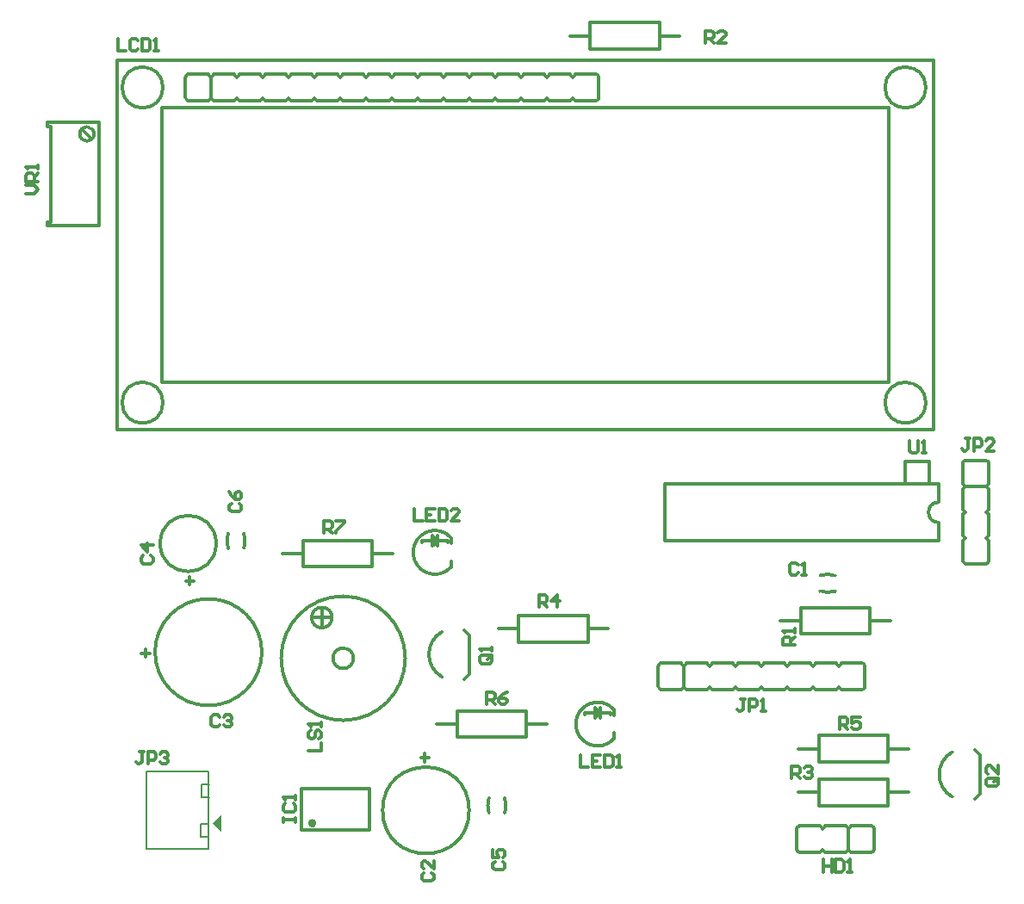
<source format=gto>
G04*
G04 #@! TF.GenerationSoftware,Altium Limited,Altium Designer,21.9.2 (33)*
G04*
G04 Layer_Color=65535*
%FSTAX24Y24*%
%MOIN*%
G70*
G04*
G04 #@! TF.SameCoordinates,FB3CEF1A-BC9A-443B-9A05-8590AB0A4EFD*
G04*
G04*
G04 #@! TF.FilePolarity,Positive*
G04*
G01*
G75*
%ADD10C,0.0118*%
%ADD11C,0.0070*%
%ADD12C,0.0079*%
G36*
X025645Y013955D02*
Y014665D01*
X025295Y014315D01*
X025285D01*
X025645Y013955D01*
D02*
G37*
D10*
X035223Y014811D02*
G03*
X035223Y014811I-001673J0D01*
G01*
X027201Y020936D02*
G03*
X027201Y020936I-002067J0D01*
G01*
X025433Y025144D02*
G03*
X025433Y025144I-001083J0D01*
G01*
X04801Y014204D02*
G03*
X0479Y014094I0J-00011D01*
G01*
X0479Y013306D02*
G03*
X04801Y013196I00011J0D01*
G01*
X0509Y014094D02*
G03*
X050806Y014204I-000102J000008D01*
G01*
Y013196D02*
G03*
X0509Y013306I-000008J000102D01*
G01*
X029248Y014309D02*
G03*
X029248Y014309I-000098J0D01*
G01*
X050456Y019496D02*
G03*
X05055Y019606I-000008J000102D01*
G01*
X05055Y020394D02*
G03*
X050456Y020504I-000102J000008D01*
G01*
X042644D02*
G03*
X04255Y020394I000008J-000102D01*
G01*
X04255Y019606D02*
G03*
X042644Y019496I000102J-000008D01*
G01*
X055345Y028271D02*
G03*
X055235Y028365I-000102J-000008D01*
G01*
X054448Y028365D02*
G03*
X054337Y028271I-000008J-000102D01*
G01*
X055235Y024365D02*
G03*
X055345Y024476I0J00011D01*
G01*
X054337D02*
G03*
X054448Y024365I00011J0D01*
G01*
X04083Y018716D02*
G03*
X04083Y017584I-00063J-000566D01*
G01*
X03453Y025366D02*
G03*
X03453Y024234I-00063J-000566D01*
G01*
X029917Y022275D02*
G03*
X029917Y022275I-000394J0D01*
G01*
X032752Y0207D02*
G03*
X032752Y0207I-002402J0D01*
G01*
X030744D02*
G03*
X030744Y0207I-000394J0D01*
G01*
X053925Y017074D02*
G03*
X053927Y015329I000498J-000872D01*
G01*
X053399Y026744D02*
G03*
X053399Y025956I0J-000394D01*
G01*
X020706Y041D02*
G03*
X020706Y041I-000276J0D01*
G01*
X035992Y01529D02*
G03*
X035991Y014719I000899J-000287D01*
G01*
X036604Y014715D02*
G03*
X0366Y015302I-000899J000288D01*
G01*
X052903Y0428D02*
G03*
X052903Y0428I-000791J0D01*
G01*
Y030595D02*
G03*
X052903Y030595I-000791J0D01*
G01*
X023375D02*
G03*
X023375Y030595I-000791J0D01*
G01*
Y0428D02*
G03*
X023375Y0428I-000791J0D01*
G01*
X02425Y042406D02*
G03*
X024344Y042296I000102J-000008D01*
G01*
Y043304D02*
G03*
X02425Y043194I000008J-000102D01*
G01*
X04025D02*
G03*
X040156Y043304I-000102J000008D01*
G01*
Y042296D02*
G03*
X04025Y042406I-000008J000102D01*
G01*
X034175Y021724D02*
G03*
X034177Y019979I000498J-000872D01*
G01*
X025895Y025538D02*
G03*
X025898Y024951I000899J-000288D01*
G01*
X026506Y024963D02*
G03*
X026507Y025535I-000899J000287D01*
G01*
X048812Y023295D02*
G03*
X049399Y023298I000288J000899D01*
G01*
X049387Y023906D02*
G03*
X048815Y023907I-000287J-000899D01*
G01*
X0489Y0133D02*
X049Y0132D01*
X0488D02*
X0489Y0133D01*
X0488Y014204D02*
X0489Y014104D01*
Y0141D02*
Y014104D01*
Y0141D02*
X049Y0142D01*
X048Y013196D02*
X0488D01*
X048Y014204D02*
X0488D01*
X0479Y013306D02*
Y014094D01*
X0509Y013306D02*
Y014094D01*
X05Y013196D02*
X050806D01*
X050004Y014204D02*
X050806D01*
X048Y013196D02*
Y0132D01*
Y0142D02*
Y014204D01*
X0499Y0133D02*
X05Y0132D01*
X0498D02*
X0499Y0133D01*
X05Y0142D02*
Y014204D01*
X0499Y0141D02*
X05Y0142D01*
X0499Y0141D02*
Y014104D01*
X0498Y014204D02*
X0499Y014104D01*
X049Y013196D02*
X0498D01*
X05Y0142D02*
X050004Y014204D01*
X049D02*
X0498D01*
X0499Y0133D02*
Y0141D01*
X028729Y01405D02*
X031371D01*
X028729Y01565D02*
X031371D01*
X028729Y01405D02*
Y01565D01*
X031371Y01405D02*
Y01565D01*
X05055Y019606D02*
Y020394D01*
X04945Y019496D02*
Y0195D01*
X04955Y0196D01*
Y019596D02*
Y0196D01*
Y019596D02*
X04965Y019496D01*
X048644D02*
X049446D01*
X04945Y0195D01*
X04965Y019496D02*
X05045D01*
X04745D02*
Y0195D01*
X04755Y0196D01*
Y019596D02*
Y0196D01*
Y019596D02*
X04765Y019496D01*
X046644D02*
X047446D01*
X04745Y0195D01*
X04765Y019496D02*
X04845D01*
Y0195D01*
X04855Y0196D01*
X04865Y0195D01*
X04545Y019496D02*
Y0195D01*
X04555Y0196D01*
Y019596D02*
Y0196D01*
Y019596D02*
X04565Y019496D01*
X044644D02*
X045446D01*
X04545Y0195D01*
X04565Y019496D02*
X04645D01*
Y0195D01*
X04655Y0196D01*
X04665Y0195D01*
X04945Y0205D02*
X04955Y0204D01*
X04965Y0205D01*
X048644Y020504D02*
X04945D01*
X04965D02*
X05045D01*
X04745Y0205D02*
X04755Y0204D01*
X04765Y0205D01*
X046644Y020504D02*
X04745D01*
X04845Y0205D02*
X04855Y0204D01*
X04865Y0205D01*
X04765Y020504D02*
X04845D01*
Y0205D02*
Y020504D01*
X04545Y0205D02*
X04555Y0204D01*
X04565Y0205D01*
X044644Y020504D02*
X04545D01*
X04645Y0205D02*
X04655Y0204D01*
X04665Y0205D01*
X04565Y020504D02*
X04645D01*
Y0205D02*
Y020504D01*
X04455Y0196D02*
X04465Y0195D01*
X04445D02*
X04455Y0196D01*
X04445Y019496D02*
Y0195D01*
X04365Y019496D02*
X04445D01*
X043446D02*
X04345Y0195D01*
X042644Y019496D02*
X043446D01*
X04445Y0205D02*
Y020504D01*
X04365D02*
X04445D01*
X04455Y0204D02*
X04465Y0205D01*
X04445D02*
X04455Y0204D01*
X042644Y020504D02*
X04345D01*
X04355Y019596D02*
X04365Y019496D01*
X04355Y019596D02*
Y0196D01*
X04345Y0195D02*
X04355Y0196D01*
X04345Y019496D02*
Y0195D01*
X04355Y0204D02*
X04365Y0205D01*
X04345D02*
X04355Y0204D01*
X04255Y019606D02*
Y020394D01*
X04355Y019596D02*
Y0204D01*
X054337Y024465D02*
X054341D01*
X054337Y025465D02*
X054341D01*
X054441Y025365D01*
X054437D02*
X054441D01*
X054337Y025469D02*
Y026271D01*
Y025469D02*
X054341Y025465D01*
X055341Y024465D02*
X055345D01*
X055241Y025365D02*
X055341Y025465D01*
X055345D02*
Y026271D01*
X054341Y026265D02*
X054441Y026365D01*
X054341Y026465D02*
X054441Y026365D01*
X054337Y026465D02*
X054341D01*
X054337D02*
Y027265D01*
Y027469D02*
X054341Y027465D01*
X054337Y027469D02*
Y028271D01*
X055341Y026465D02*
X055345D01*
Y027265D01*
X055241Y026365D02*
X055341Y026265D01*
X055241Y026365D02*
X055341Y026465D01*
X055345Y027465D02*
Y028271D01*
X054337Y027265D02*
X054437Y027365D01*
X054441D01*
X054341Y027465D02*
X054441Y027365D01*
X054337Y027465D02*
X054341D01*
X055241Y027365D02*
X055341Y027265D01*
X055241Y027365D02*
X055341Y027465D01*
X054448Y028365D02*
X055235D01*
X054448Y024365D02*
X055235D01*
X054337Y024465D02*
Y025265D01*
X055345Y024465D02*
Y025265D01*
X054337D02*
X054437Y025365D01*
X055241D02*
X055341Y025265D01*
X054437Y027365D02*
X055241D01*
X0397Y01852D02*
Y018589D01*
X0401Y018389D02*
Y018789D01*
X0403Y018589D01*
X0401Y018389D02*
X0403Y018589D01*
Y018389D02*
Y018789D01*
Y018589D02*
X0406D01*
X0407D01*
Y01852D02*
Y018589D01*
X0397D02*
X0401D01*
X04013Y018419D02*
Y018759D01*
X04016Y018449D02*
Y018729D01*
X04019Y018479D02*
Y018699D01*
X04022Y018509D02*
Y018669D01*
X04025Y018539D02*
Y018639D01*
X0401Y018389D02*
X04013Y018419D01*
X04016Y018449D01*
X04019Y018479D02*
X04022Y018509D01*
X04025Y018539D01*
X04083Y017584D02*
Y01781D01*
Y01849D02*
Y018716D01*
X03453Y02514D02*
Y025366D01*
Y024234D02*
Y02446D01*
X03392Y025159D02*
X03395Y025189D01*
X03389Y025129D02*
X03392Y025159D01*
X03383Y025069D02*
X03386Y025099D01*
X0338Y025039D02*
X03383Y025069D01*
X03395Y025189D02*
Y025289D01*
X03392Y025159D02*
Y025319D01*
X03389Y025129D02*
Y025349D01*
X03386Y025099D02*
Y025379D01*
X03383Y025069D02*
Y025409D01*
X0334Y025239D02*
X0338D01*
X0344Y02517D02*
Y025239D01*
X0343D02*
X0344D01*
X034D02*
X0343D01*
X034Y025039D02*
Y025439D01*
X0338Y025039D02*
X034Y025239D01*
X0338Y025439D02*
X034Y025239D01*
X0338Y025039D02*
Y025439D01*
X0334Y02517D02*
Y025239D01*
X02913Y022275D02*
X029917D01*
X029523Y021881D02*
Y022668D01*
X055Y01545D02*
Y01695D01*
X0548Y01525D02*
X055Y01545D01*
X0548Y01715D02*
X055Y01695D01*
X031475Y024243D02*
Y025267D01*
X028798Y024243D02*
X031475D01*
X028798D02*
Y025267D01*
X031475D01*
Y024755D02*
X032267D01*
X028007D02*
X028798D01*
X042801Y025248D02*
X053399D01*
X042801D02*
Y027452D01*
X053399D01*
Y026744D02*
Y027452D01*
Y025248D02*
Y025956D01*
X053021Y027452D02*
Y028319D01*
X052116D02*
X053021D01*
X052116Y027452D02*
Y028319D01*
X0209Y03744D02*
Y04145D01*
X0189Y03744D02*
X0209D01*
X0189D02*
Y03759D01*
X01902D01*
Y04128D01*
X0189D02*
X01902D01*
X0189D02*
Y04145D01*
X0209D01*
X020243Y041187D02*
X020617Y040813D01*
X02525Y0424D02*
Y0432D01*
X02425Y042406D02*
Y043194D01*
X02515Y0433D02*
X02525Y0432D01*
X02535Y0433D01*
X02515Y042296D02*
Y0423D01*
X02525Y0424D01*
Y042396D02*
Y0424D01*
Y042396D02*
X02535Y042296D01*
X024344Y043304D02*
X02515D01*
X02615Y0433D02*
X02625Y0432D01*
X02635Y0433D01*
X02535Y043304D02*
X02615D01*
Y0433D02*
Y043304D01*
X024344Y042296D02*
X025146D01*
X02515Y0423D01*
X02535Y042296D02*
X02615D01*
Y0423D01*
X02625Y0424D01*
X02635Y0423D01*
X02815Y0433D02*
Y043304D01*
X02735D02*
X02815D01*
X02825Y0432D02*
X02835Y0433D01*
X02815D02*
X02825Y0432D01*
X026344Y043304D02*
X02715D01*
X02725Y0432D02*
X02735Y0433D01*
X02715D02*
X02725Y0432D01*
X03015Y0433D02*
Y043304D01*
X02935D02*
X03015D01*
X03025Y0432D02*
X03035Y0433D01*
X03015D02*
X03025Y0432D01*
X028344Y043304D02*
X02915D01*
X02925Y0432D02*
X02935Y0433D01*
X02915D02*
X02925Y0432D01*
X03215Y0433D02*
Y043304D01*
X03135D02*
X03215D01*
X03225Y0432D02*
X03235Y0433D01*
X03215D02*
X03225Y0432D01*
X030344Y043304D02*
X03115D01*
X03125Y0432D02*
X03135Y0433D01*
X03115D02*
X03125Y0432D01*
X03415Y0433D02*
Y043304D01*
X03335D02*
X03415D01*
X03425Y0432D02*
X03435Y0433D01*
X03415D02*
X03425Y0432D01*
X032344Y043304D02*
X03315D01*
X03325Y0432D02*
X03335Y0433D01*
X03315D02*
X03325Y0432D01*
X034344Y043304D02*
X03515D01*
Y0433D02*
X03525Y0432D01*
X02825Y0424D02*
X02835Y0423D01*
X02815D02*
X02825Y0424D01*
X02815Y042296D02*
Y0423D01*
X02735Y042296D02*
X02815D01*
X027146D02*
X02715Y0423D01*
X026344Y042296D02*
X027146D01*
X02725Y042396D02*
X02735Y042296D01*
X02725Y042396D02*
Y0424D01*
X02715Y0423D02*
X02725Y0424D01*
X02715Y042296D02*
Y0423D01*
X03025Y0424D02*
X03035Y0423D01*
X03015D02*
X03025Y0424D01*
X03015Y042296D02*
Y0423D01*
X02935Y042296D02*
X03015D01*
X029146D02*
X02915Y0423D01*
X028344Y042296D02*
X029146D01*
X02925Y042396D02*
X02935Y042296D01*
X02925Y042396D02*
Y0424D01*
X02915Y0423D02*
X02925Y0424D01*
X02915Y042296D02*
Y0423D01*
X03225Y0424D02*
X03235Y0423D01*
X03215D02*
X03225Y0424D01*
X03215Y042296D02*
Y0423D01*
X03135Y042296D02*
X03215D01*
X031146D02*
X03115Y0423D01*
X030344Y042296D02*
X031146D01*
X03125Y042396D02*
X03135Y042296D01*
X03125Y042396D02*
Y0424D01*
X03115Y0423D02*
X03125Y0424D01*
X03115Y042296D02*
Y0423D01*
X03425Y0424D02*
X03435Y0423D01*
X03415D02*
X03425Y0424D01*
X03415Y042296D02*
Y0423D01*
X03335Y042296D02*
X03415D01*
X033146D02*
X03315Y0423D01*
X032344Y042296D02*
X033146D01*
X03325Y042396D02*
X03335Y042296D01*
X03325Y042396D02*
Y0424D01*
X03315Y0423D02*
X03325Y0424D01*
X03315Y042296D02*
Y0423D01*
X035146Y042296D02*
X03515Y0423D01*
X034344Y042296D02*
X035146D01*
X03515Y0423D02*
X03525Y0424D01*
X03515Y042296D02*
Y0423D01*
Y042296D02*
Y0423D01*
X03525Y0424D01*
X034344Y042296D02*
X035146D01*
X03515Y0423D01*
X03425Y0424D02*
X03435Y0423D01*
X03515Y0433D02*
X03525Y0432D01*
X034344Y043304D02*
X03515D01*
X03425Y0432D02*
X03435Y0433D01*
X03615Y042296D02*
Y0423D01*
X03625Y0424D01*
X035344Y042296D02*
X036146D01*
X03615Y0423D01*
X03525Y0424D02*
X03535Y0423D01*
X03615Y0433D02*
X03625Y0432D01*
X035344Y043304D02*
X03615D01*
X03525Y0432D02*
X03535Y0433D01*
X03715Y042296D02*
Y0423D01*
X03725Y0424D01*
X036344Y042296D02*
X037146D01*
X03715Y0423D01*
X03625Y0424D02*
X03635Y0423D01*
X03715Y0433D02*
X03725Y0432D01*
X036344Y043304D02*
X03715D01*
X03625Y0432D02*
X03635Y0433D01*
X03815Y042296D02*
Y0423D01*
X03825Y0424D01*
X037344Y042296D02*
X038146D01*
X03815Y0423D01*
X03725Y0424D02*
X03735Y0423D01*
X03815Y0433D02*
X03825Y0432D01*
X037344Y043304D02*
X03815D01*
X03725Y0432D02*
X03735Y0433D01*
X03915Y042296D02*
Y0423D01*
X03925Y0424D01*
X038344Y042296D02*
X039146D01*
X03915Y0423D01*
X03825Y0424D02*
X03835Y0423D01*
X03915Y0433D02*
X03925Y0432D01*
X038344Y043304D02*
X03915D01*
X03825Y0432D02*
X03835Y0433D01*
X03925Y0432D02*
X03935Y0433D01*
X039344Y043304D02*
X04015D01*
X03925Y0424D02*
X03935Y0423D01*
X039344Y042296D02*
X040146D01*
X04025Y042406D02*
Y043194D01*
X023333Y031383D02*
Y042013D01*
Y031383D02*
X051482D01*
Y042013D01*
X023333D02*
X051482D01*
X021601Y029552D02*
Y043843D01*
Y029552D02*
X053215D01*
Y043843D01*
X021601D02*
X053215D01*
X03397Y01815D02*
X034761D01*
X037439D02*
X03823D01*
X034761Y018662D02*
X037439D01*
X034761Y017638D02*
Y018662D01*
Y017638D02*
X037439D01*
Y018662D01*
X036353Y021842D02*
X037144D01*
X039822D02*
X040613D01*
X037144Y022354D02*
X039822D01*
X037144Y02133D02*
Y022354D01*
Y02133D02*
X039822D01*
Y022354D01*
X03505Y0218D02*
X03525Y0216D01*
X03505Y0199D02*
X03525Y0201D01*
Y0216D01*
X051439Y0172D02*
X05223D01*
X04797D02*
X048761D01*
Y016688D02*
X051439D01*
Y017712D01*
X048761D02*
X051439D01*
X048761Y016688D02*
Y017712D01*
X047967Y015504D02*
X048759D01*
X051436D02*
X052227D01*
X048759Y016016D02*
X051436D01*
X048759Y014992D02*
Y016016D01*
Y014992D02*
X051436D01*
Y016016D01*
X050739Y02215D02*
X05153D01*
X04727D02*
X048061D01*
Y021638D02*
X050739D01*
Y022662D01*
X048061D02*
X050739D01*
X048061Y021638D02*
Y022662D01*
X042589Y0448D02*
X04338D01*
X03912D02*
X039911D01*
Y044288D02*
X042589D01*
Y045312D01*
X039911D02*
X042589D01*
X039911Y044288D02*
Y045312D01*
X033464Y012393D02*
X033385Y012314D01*
Y012157D01*
X033464Y012078D01*
X033778D01*
X033857Y012157D01*
Y012314D01*
X033778Y012393D01*
X033857Y012865D02*
Y01255D01*
X033542Y012865D01*
X033464D01*
X033385Y012786D01*
Y012629D01*
X033464Y01255D01*
X033511Y017016D02*
Y016701D01*
X033668Y016858D02*
X033353D01*
X025565Y01843D02*
X025486Y018509D01*
X025329D01*
X02525Y01843D01*
Y018115D01*
X025329Y018036D01*
X025486D01*
X025565Y018115D01*
X025722Y01843D02*
X025801Y018509D01*
X025958D01*
X026037Y01843D01*
Y018351D01*
X025958Y018272D01*
X02588D01*
X025958D01*
X026037Y018194D01*
Y018115D01*
X025958Y018036D01*
X025801D01*
X025722Y018115D01*
X022536Y020897D02*
X022851D01*
X022693Y021054D02*
Y020739D01*
X022597Y024676D02*
X022519Y024598D01*
Y02444D01*
X022597Y024361D01*
X022912D01*
X022991Y02444D01*
Y024598D01*
X022912Y024676D01*
X022991Y02507D02*
X022519D01*
X022755Y024834D01*
Y025149D01*
X024414Y023544D02*
Y023859D01*
X024256Y023701D02*
X024571D01*
X048936Y012905D02*
Y012432D01*
Y012668D01*
X049251D01*
Y012905D01*
Y012432D01*
X049408Y012905D02*
Y012432D01*
X049644D01*
X049723Y012511D01*
Y012826D01*
X049644Y012905D01*
X049408D01*
X04988Y012432D02*
X050038D01*
X049959D01*
Y012905D01*
X04988Y012826D01*
X02803Y014361D02*
Y014519D01*
Y01444D01*
X028503D01*
Y014361D01*
Y014519D01*
X028109Y01507D02*
X02803Y014991D01*
Y014834D01*
X028109Y014755D01*
X028424D01*
X028503Y014834D01*
Y014991D01*
X028424Y01507D01*
X028503Y015227D02*
Y015385D01*
Y015306D01*
X02803D01*
X028109Y015227D01*
X045904Y019125D02*
X045747D01*
X045826D01*
Y018731D01*
X045747Y018653D01*
X045668D01*
X045589Y018731D01*
X046062Y018653D02*
Y019125D01*
X046298D01*
X046377Y019046D01*
Y018889D01*
X046298Y01881D01*
X046062D01*
X046534Y018653D02*
X046691D01*
X046613D01*
Y019125D01*
X046534Y019046D01*
X054605Y029204D02*
X054448D01*
X054526D01*
Y02881D01*
X054448Y028732D01*
X054369D01*
X05429Y02881D01*
X054762Y028732D02*
Y029204D01*
X054999D01*
X055077Y029125D01*
Y028968D01*
X054999Y028889D01*
X054762D01*
X05555Y028732D02*
X055235D01*
X05555Y029046D01*
Y029125D01*
X055471Y029204D01*
X055313D01*
X055235Y029125D01*
X022637Y017078D02*
X022479D01*
X022558D01*
Y016684D01*
X022479Y016606D01*
X0224D01*
X022322Y016684D01*
X022794Y016606D02*
Y017078D01*
X02303D01*
X023109Y016999D01*
Y016842D01*
X02303Y016763D01*
X022794D01*
X023266Y016999D02*
X023345Y017078D01*
X023502D01*
X023581Y016999D01*
Y01692D01*
X023502Y016842D01*
X023424D01*
X023502D01*
X023581Y016763D01*
Y016684D01*
X023502Y016606D01*
X023345D01*
X023266Y016684D01*
X039526Y01696D02*
Y016487D01*
X039841D01*
X040314Y01696D02*
X039999D01*
Y016487D01*
X040314D01*
X039999Y016724D02*
X040156D01*
X040471Y01696D02*
Y016487D01*
X040707D01*
X040786Y016566D01*
Y016881D01*
X040707Y01696D01*
X040471D01*
X040943Y016487D02*
X041101D01*
X041022D01*
Y01696D01*
X040943Y016881D01*
X03311Y026492D02*
Y02602D01*
X033425D01*
X033897Y026492D02*
X033582D01*
Y02602D01*
X033897D01*
X033582Y026256D02*
X03374D01*
X034055Y026492D02*
Y02602D01*
X034291D01*
X034369Y026099D01*
Y026414D01*
X034291Y026492D01*
X034055D01*
X034842Y02602D02*
X034527D01*
X034842Y026335D01*
Y026414D01*
X034763Y026492D01*
X034606D01*
X034527Y026414D01*
X029015Y017117D02*
X029487D01*
Y017432D01*
X029093Y017904D02*
X029015Y017826D01*
Y017668D01*
X029093Y01759D01*
X029172D01*
X029251Y017668D01*
Y017826D01*
X02933Y017904D01*
X029408D01*
X029487Y017826D01*
Y017668D01*
X029408Y01759D01*
X029487Y018062D02*
Y018219D01*
Y018141D01*
X029015D01*
X029093Y018062D01*
X055621Y016065D02*
X055306D01*
X055228Y015986D01*
Y015829D01*
X055306Y01575D01*
X055621D01*
X0557Y015829D01*
Y015986D01*
X055543Y015907D02*
X0557Y016065D01*
Y015986D02*
X055621Y016065D01*
X0557Y016537D02*
Y016222D01*
X055385Y016537D01*
X055306D01*
X055228Y016458D01*
Y016301D01*
X055306Y016222D01*
X029605Y025543D02*
Y026015D01*
X029841D01*
X02992Y025936D01*
Y025779D01*
X029841Y0257D01*
X029605D01*
X029763D02*
X02992Y025543D01*
X030077Y026015D02*
X030392D01*
Y025936D01*
X030077Y025621D01*
Y025543D01*
X052282Y029125D02*
Y028731D01*
X052361Y028653D01*
X052518D01*
X052597Y028731D01*
Y029125D01*
X052755Y028653D02*
X052912D01*
X052833D01*
Y029125D01*
X052755Y029046D01*
X01807Y038692D02*
X018385D01*
X018542Y03885D01*
X018385Y039007D01*
X01807D01*
X018542Y039164D02*
X01807D01*
Y039401D01*
X018149Y039479D01*
X018306D01*
X018385Y039401D01*
Y039164D01*
Y039322D02*
X018542Y039479D01*
Y039637D02*
Y039794D01*
Y039715D01*
X01807D01*
X018149Y039637D01*
X036219Y012826D02*
X036141Y012747D01*
Y01259D01*
X036219Y012511D01*
X036534D01*
X036613Y01259D01*
Y012747D01*
X036534Y012826D01*
X036141Y013298D02*
Y012983D01*
X036377D01*
X036298Y013141D01*
Y013219D01*
X036377Y013298D01*
X036534D01*
X036613Y013219D01*
Y013062D01*
X036534Y012983D01*
X02162Y044692D02*
Y04422D01*
X021935D01*
X022407Y044614D02*
X022328Y044692D01*
X022171D01*
X022092Y044614D01*
Y044299D01*
X022171Y04422D01*
X022328D01*
X022407Y044299D01*
X022565Y044692D02*
Y04422D01*
X022801D01*
X022879Y044299D01*
Y044614D01*
X022801Y044692D01*
X022565D01*
X023037Y04422D02*
X023194D01*
X023116D01*
Y044692D01*
X023037Y044614D01*
X047951Y024322D02*
X047873Y024401D01*
X047715D01*
X047637Y024322D01*
Y024007D01*
X047715Y023928D01*
X047873D01*
X047951Y024007D01*
X048109Y023928D02*
X048266D01*
X048188D01*
Y024401D01*
X048109Y024322D01*
X026023Y026684D02*
X025944Y026605D01*
Y026448D01*
X026023Y026369D01*
X026337D01*
X026416Y026448D01*
Y026605D01*
X026337Y026684D01*
X025944Y027156D02*
X026023Y026999D01*
X02618Y026842D01*
X026337D01*
X026416Y02692D01*
Y027078D01*
X026337Y027156D01*
X026259D01*
X02618Y027078D01*
Y026842D01*
X035904Y018928D02*
Y019401D01*
X03614D01*
X036219Y019322D01*
Y019164D01*
X03614Y019086D01*
X035904D01*
X036062D02*
X036219Y018928D01*
X036691Y019401D02*
X036534Y019322D01*
X036377Y019164D01*
Y019007D01*
X036455Y018928D01*
X036613D01*
X036691Y019007D01*
Y019086D01*
X036613Y019164D01*
X036377D01*
X049566Y017944D02*
Y018416D01*
X049802D01*
X049881Y018338D01*
Y01818D01*
X049802Y018102D01*
X049566D01*
X049723D02*
X049881Y017944D01*
X050353Y018416D02*
X050038D01*
Y01818D01*
X050195Y018259D01*
X050274D01*
X050353Y01818D01*
Y018023D01*
X050274Y017944D01*
X050117D01*
X050038Y018023D01*
X037933Y022692D02*
Y023164D01*
X038169D01*
X038248Y023085D01*
Y022928D01*
X038169Y022849D01*
X037933D01*
X038091D02*
X038248Y022692D01*
X038642D02*
Y023164D01*
X038405Y022928D01*
X03872D01*
X047715Y016054D02*
Y016527D01*
X047951D01*
X04803Y016448D01*
Y01629D01*
X047951Y016212D01*
X047715D01*
X047873D02*
X04803Y016054D01*
X048188Y016448D02*
X048266Y016527D01*
X048424D01*
X048502Y016448D01*
Y016369D01*
X048424Y01629D01*
X048345D01*
X048424D01*
X048502Y016212D01*
Y016133D01*
X048424Y016054D01*
X048266D01*
X048188Y016133D01*
X044369Y044519D02*
Y044991D01*
X044605D01*
X044684Y044912D01*
Y044755D01*
X044605Y044676D01*
X044369D01*
X044526D02*
X044684Y044519D01*
X045156D02*
X044841D01*
X045156Y044834D01*
Y044912D01*
X045077Y044991D01*
X04492D01*
X044841Y044912D01*
X047833Y021212D02*
X047361D01*
Y021448D01*
X04744Y021527D01*
X047597D01*
X047676Y021448D01*
Y021212D01*
Y021369D02*
X047833Y021527D01*
Y021684D02*
Y021842D01*
Y021763D01*
X047361D01*
X04744Y021684D01*
X036021Y020815D02*
X035706D01*
X035628Y020736D01*
Y020579D01*
X035706Y0205D01*
X036021D01*
X0361Y020579D01*
Y020736D01*
X035943Y020657D02*
X0361Y020815D01*
Y020736D02*
X036021Y020815D01*
X0361Y020972D02*
Y02113D01*
Y021051D01*
X035628D01*
X035706Y020972D01*
D11*
X02275Y01331D02*
X02515D01*
Y01631D01*
X02275D02*
X02515D01*
X02275Y01331D02*
Y01631D01*
X02484Y0138D02*
X02514D01*
X02484D02*
Y0143D01*
X02514D01*
X02486Y01532D02*
X02516D01*
X02486D02*
Y01582D01*
X02516D01*
D12*
X035948Y014987D02*
Y015024D01*
X036648Y014982D02*
Y015019D01*
X02585Y025234D02*
Y025271D01*
X02655Y025229D02*
Y025266D01*
X049079Y02325D02*
X049116D01*
X049084Y02395D02*
X049121D01*
M02*

</source>
